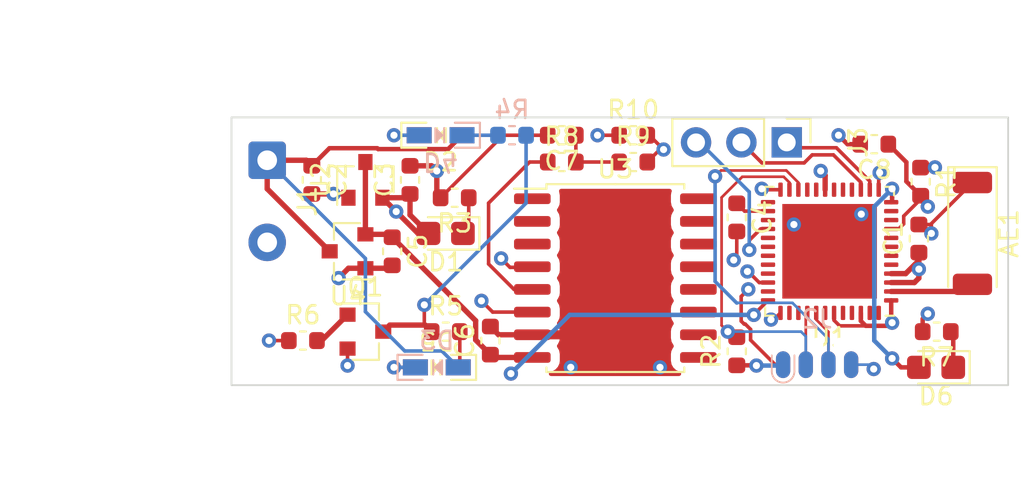
<source format=kicad_pcb>
(kicad_pcb (version 20200628) (host pcbnew "5.99.0-unknown-9f20c61~102~ubuntu18.04.1")
  (layers (0 "F.Cu" signal) (1 "In1.Cu" signal) (2 "In2.Cu" signal) (31 "B.Cu" signal) (34 "B.Paste" user) (35 "F.Paste" user) (36 "B.SilkS" user) (37 "F.SilkS" user) (38 "B.Mask" user) (39 "F.Mask" user) (44 "Edge.Cuts" user))
  (net 0 "")
  (net 1 "GND")
  (net 2 "VLOGIC")
  (net 3 "VBAT")
  (net 4 "Net-(C4-Pad1)")
  (net 5 "/PROG_RX")
  (net 6 "/PROG_IO2")
  (net 7 "/PROG_BOOT")
  (net 8 "/PROG_TX")
  (net 9 "/PROG_EN")
  (net 10 "Net-(U1-Pad48)")
  (net 11 "Net-(U1-Pad47)")
  (net 12 "Net-(U1-Pad45)")
  (net 13 "Net-(U1-Pad44)")
  (net 14 "Net-(U1-Pad42)")
  (net 15 "Net-(U1-Pad39)")
  (net 16 "Net-(U1-Pad10)")
  (net 17 "Net-(U1-Pad35)")
  (net 18 "Net-(U1-Pad33)")
  (net 19 "Net-(U1-Pad32)")
  (net 20 "Net-(U1-Pad31)")
  (net 21 "Net-(U1-Pad30)")
  (net 22 "/U1TXD")
  (net 23 "/U1RXD")
  (net 24 "Net-(U1-Pad27)")
  (net 25 "Net-(U1-Pad25)")
  (net 26 "Net-(U1-Pad21)")
  (net 27 "Net-(U1-Pad20)")
  (net 28 "Net-(U1-Pad18)")
  (net 29 "Net-(U1-Pad17)")
  (net 30 "Net-(U1-Pad16)")
  (net 31 "/MOTOR2OUT")
  (net 32 "/MOTOR1OUT")
  (net 33 "/V5.0")
  (net 34 "/ACCEL_SENSE")
  (net 35 "Net-(D1-Pad1)")
  (net 36 "LED2")
  (net 37 "Net-(U1-Pad8)")
  (net 38 "Net-(U1-Pad7)")
  (net 39 "Net-(U1-Pad6)")
  (net 40 "/ACCEL_VOUT")
  (net 41 "ANT")
  (net 42 "Net-(D6-Pad1)")
  (net 43 "Net-(Q1-Pad3)")
  (net 44 "Net-(D4-Pad1)")
  (net 45 "Net-(D5-Pad1)")
  (net 46 "LED1")
  (net 47 "Net-(D2-Pad1)")
  (net 48 "Net-(D3-Pad1)")
  (net 49 "/ACCEL_SELF_TEST")
  (net 50 "/ACCEL_STATUS")
  (net 51 "Net-(U3-Pad16)")
  (net 52 "Net-(U3-Pad15)")
  (net 53 "Net-(U3-Pad14)")
  (net 54 "Net-(U3-Pad13)")
  (net 55 "Net-(U3-Pad12)")
  (net 56 "Net-(U3-Pad11)")
  (net 57 "Net-(U3-Pad10)")
  (net 58 "Net-(U3-Pad9)")
  (net 59 "Net-(U3-Pad3)")
  (net 60 "Net-(U3-Pad2)")
  (net 61 "Net-(U3-Pad1)")
  (net 62 "/LED1_GATE")
  (net 63 "Net-(C7-Pad1)")
  (net 64 "Net-(U1-Pad11)")
  (net 65 "Net-(U1-Pad38)")
  (net 66 "Net-(U1-Pad5)")
  (net 67 "Net-(J2-Pad5)")
  (module "Capacitor_SMD:C_0603_1608Metric" (layer "F.Cu") (at 123 84 180)
    (fp_text reference "C8" (at 0 -1.43) (layer "F.SilkS"))
    (fp_text value "0.1uF")
    (pad "2" smd roundrect (at 0.7875 0 180) (size 0.875 0.95) (layers "F.Cu" "F.Paste" "F.Mask") (net 1 "GND"))
    (pad "1" smd roundrect (at -0.7875 0 180) (size 0.875 0.95) (layers "F.Cu" "F.Paste" "F.Mask") (net 9 "/PROG_EN"))
  )
  (module "RF_Antenna:Johanson_2450AT43F0100" (layer "F.Cu") (at 128.5 89 -90)
    (fp_text reference "AE1" (at 0 -2.05 -90) (layer "F.SilkS"))
    (fp_text value " AN9520-245 ")
    (pad "2" smd roundrect (at 2.85 0 270) (size 1.2 2.2) (layers "F.Cu" "F.Paste" "F.Mask") (roundrect_rratio 0.208333) (net 41 "ANT"))
    (pad "1" smd roundrect (at -2.85 0 270) (size 1.2 2.2) (layers "F.Cu" "F.Paste" "F.Mask") (roundrect_rratio 0.208333) (net 1 "GND"))
  )
  (module "Connector_PinHeader_2.54mm:PinHeader_1x03_P2.54mm_Vertical" (layer "F.Cu") (at 118.1 83.9 -90)
    (fp_text reference "J3" (at 0 -4 90) (layer "F.SilkS"))
    (fp_text value "esc_io")
    (pad "3" thru_hole oval (at 0 5.08 270) (size 1.7 1.7) (drill 1) (layers *.Cu *.Mask) (net 23 "/U1RXD"))
    (pad "2" thru_hole oval (at 0 2.54 270) (size 1.7 1.7) (drill 1) (layers *.Cu *.Mask) (net 31 "/MOTOR2OUT"))
    (pad "1" thru_hole rect (at 0 0 270) (size 1.7 1.7) (drill 1) (layers *.Cu *.Mask) (net 32 "/MOTOR1OUT"))
  )
  (module "Resistor_SMD:R_0603_1608Metric" (layer "F.Cu") (at 109.5 83.5)
    (fp_text reference "R10" (at 0 -1.43) (layer "F.SilkS"))
    (fp_text value "10k")
    (pad "2" smd roundrect (at 0.7875 0) (size 0.875 0.95) (layers "F.Cu" "F.Paste" "F.Mask") (net 34 "/ACCEL_SENSE"))
    (pad "1" smd roundrect (at -0.7875 0) (size 0.875 0.95) (layers "F.Cu" "F.Paste" "F.Mask") (net 1 "GND"))
  )
  (module "Capacitor_SMD:C_0603_1608Metric" (layer "F.Cu") (at 105.5 83.5 180)
    (fp_text reference "C7" (at 0 -1.43) (layer "F.SilkS"))
    (fp_text value "10nF")
    (pad "2" smd roundrect (at 0.7875 0 180) (size 0.875 0.95) (layers "F.Cu" "F.Paste" "F.Mask") (net 1 "GND"))
    (pad "1" smd roundrect (at -0.7875 0 180) (size 0.875 0.95) (layers "F.Cu" "F.Paste" "F.Mask") (net 63 "Net-(C7-Pad1)"))
  )
  (module "Package_TO_SOT_SMD:SOT-23" (layer "F.Cu") (at 93.5 90 180)
    (fp_text reference "U4" (at 0 -2.5) (layer "F.SilkS"))
    (fp_text value "HT7250")
    (pad "3" smd rect (at 1 0 180) (size 0.9 0.8) (layers "F.Cu" "F.Paste" "F.Mask") (net 3 "VBAT"))
    (pad "2" smd rect (at -1 0.95 180) (size 0.9 0.8) (layers "F.Cu" "F.Paste" "F.Mask") (net 33 "/V5.0"))
    (pad "1" smd rect (at -1 -0.95 180) (size 0.9 0.8) (layers "F.Cu" "F.Paste" "F.Mask") (net 1 "GND"))
  )
  (module "Package_SO:SOIC-16W_7.5x10.3mm_P1.27mm" (layer "F.Cu") (at 108.5 91.5)
    (fp_text reference "U3" (at 0 -6.1) (layer "F.SilkS"))
    (fp_text value "MMA1200KEG")
    (pad "16" smd roundrect (at 4.65 -4.445) (size 2.05 0.6) (layers "F.Cu" "F.Paste" "F.Mask") (net 51 "Net-(U3-Pad16)"))
    (pad "15" smd roundrect (at 4.65 -3.175) (size 2.05 0.6) (layers "F.Cu" "F.Paste" "F.Mask") (net 52 "Net-(U3-Pad15)"))
    (pad "14" smd roundrect (at 4.65 -1.905) (size 2.05 0.6) (layers "F.Cu" "F.Paste" "F.Mask") (net 53 "Net-(U3-Pad14)"))
    (pad "13" smd roundrect (at 4.65 -0.635) (size 2.05 0.6) (layers "F.Cu" "F.Paste" "F.Mask") (net 54 "Net-(U3-Pad13)"))
    (pad "12" smd roundrect (at 4.65 0.635) (size 2.05 0.6) (layers "F.Cu" "F.Paste" "F.Mask") (net 55 "Net-(U3-Pad12)"))
    (pad "11" smd roundrect (at 4.65 1.905) (size 2.05 0.6) (layers "F.Cu" "F.Paste" "F.Mask") (net 56 "Net-(U3-Pad11)"))
    (pad "10" smd roundrect (at 4.65 3.175) (size 2.05 0.6) (layers "F.Cu" "F.Paste" "F.Mask") (net 57 "Net-(U3-Pad10)"))
    (pad "9" smd roundrect (at 4.65 4.445) (size 2.05 0.6) (layers "F.Cu" "F.Paste" "F.Mask") (net 58 "Net-(U3-Pad9)"))
    (pad "8" smd roundrect (at -4.65 4.445) (size 2.05 0.6) (layers "F.Cu" "F.Paste" "F.Mask") (net 33 "/V5.0"))
    (pad "7" smd roundrect (at -4.65 3.175) (size 2.05 0.6) (layers "F.Cu" "F.Paste" "F.Mask") (net 1 "GND"))
    (pad "6" smd roundrect (at -4.65 1.905) (size 2.05 0.6) (layers "F.Cu" "F.Paste" "F.Mask") (net 50 "/ACCEL_STATUS"))
    (pad "5" smd roundrect (at -4.65 0.635) (size 2.05 0.6) (layers "F.Cu" "F.Paste" "F.Mask") (net 40 "/ACCEL_VOUT"))
    (pad "4" smd roundrect (at -4.65 -0.635) (size 2.05 0.6) (layers "F.Cu" "F.Paste" "F.Mask") (net 49 "/ACCEL_SELF_TEST"))
    (pad "3" smd roundrect (at -4.65 -1.905) (size 2.05 0.6) (layers "F.Cu" "F.Paste" "F.Mask") (net 59 "Net-(U3-Pad3)"))
    (pad "2" smd roundrect (at -4.65 -3.175) (size 2.05 0.6) (layers "F.Cu" "F.Paste" "F.Mask") (net 60 "Net-(U3-Pad2)"))
    (pad "1" smd roundrect (at -4.65 -4.445) (size 2.05 0.6) (layers "F.Cu" "F.Paste" "F.Mask") (net 61 "Net-(U3-Pad1)"))
  )
  (module "Resistor_SMD:R_0603_1608Metric" (layer "F.Cu") (at 109.5 85)
    (fp_text reference "R9" (at 0 -1.43) (layer "F.SilkS"))
    (fp_text value "10k")
    (pad "2" smd roundrect (at 0.7875 0) (size 0.875 0.95) (layers "F.Cu" "F.Paste" "F.Mask") (net 34 "/ACCEL_SENSE"))
    (pad "1" smd roundrect (at -0.7875 0) (size 0.875 0.95) (layers "F.Cu" "F.Paste" "F.Mask") (net 63 "Net-(C7-Pad1)"))
  )
  (module "Resistor_SMD:R_0603_1608Metric" (layer "F.Cu") (at 105.5 85)
    (fp_text reference "R8" (at 0 -1.43) (layer "F.SilkS"))
    (fp_text value "1k")
    (pad "2" smd roundrect (at 0.7875 0) (size 0.875 0.95) (layers "F.Cu" "F.Paste" "F.Mask") (net 63 "Net-(C7-Pad1)"))
    (pad "1" smd roundrect (at -0.7875 0) (size 0.875 0.95) (layers "F.Cu" "F.Paste" "F.Mask") (net 40 "/ACCEL_VOUT"))
  )
  (module "Capacitor_SMD:C_0603_1608Metric" (layer "F.Cu") (at 101.5 95 90)
    (fp_text reference "C6" (at 0 -1.43 90) (layer "F.SilkS"))
    (fp_text value "0.1uF")
    (pad "2" smd roundrect (at 0.7875 0 90) (size 0.875 0.95) (layers "F.Cu" "F.Paste" "F.Mask") (net 1 "GND"))
    (pad "1" smd roundrect (at -0.7875 0 90) (size 0.875 0.95) (layers "F.Cu" "F.Paste" "F.Mask") (net 33 "/V5.0"))
  )
  (module "Capacitor_SMD:C_0603_1608Metric" (layer "F.Cu") (at 96 90 -90)
    (fp_text reference "C5" (at 0 -1.43 90) (layer "F.SilkS"))
    (fp_text value "10uF")
    (pad "2" smd roundrect (at 0.7875 0 270) (size 0.875 0.95) (layers "F.Cu" "F.Paste" "F.Mask") (net 1 "GND"))
    (pad "1" smd roundrect (at -0.7875 0 270) (size 0.875 0.95) (layers "F.Cu" "F.Paste" "F.Mask") (net 33 "/V5.0"))
  )
  (module "melty-controller:LED_SIDEVIEW" (layer "F.Cu") (at 98.5 96.5 180)
    (fp_text reference "D5" (at 0 1.5 180 unlocked) (layer "F.SilkS"))
    (fp_text value "white side smd")
    (pad "2" smd rect (at 1.2 0 180) (size 1.4 0.9) (layers "F.Cu" "F.Paste" "F.Mask") (net 48 "Net-(D3-Pad1)"))
    (pad "1" smd rect (at -1.2 0 180) (size 1.4 0.9) (layers "F.Cu" "F.Paste" "F.Mask") (net 45 "Net-(D5-Pad1)"))
  )
  (module "melty-controller:LED_SIDEVIEW" (layer "B.Cu") (at 98.7125 83.5 180)
    (fp_text reference "D4" (at 0 -1.5 180 unlocked) (layer "B.SilkS") (effects (justify mirror)))
    (fp_text value "white side smd")
    (pad "2" smd rect (at 1.2 0 180) (size 1.4 0.9) (layers "B.Cu" "B.Paste" "B.Mask") (net 47 "Net-(D2-Pad1)"))
    (pad "1" smd rect (at -1.2 0 180) (size 1.4 0.9) (layers "B.Cu" "B.Paste" "B.Mask") (net 44 "Net-(D4-Pad1)"))
  )
  (module "melty-controller:LED_SIDEVIEW" (layer "B.Cu") (at 98.5 96.5)
    (fp_text reference "D3" (at 0 -1.5 unlocked) (layer "B.SilkS") (effects (justify mirror)))
    (fp_text value "white side smd")
    (pad "2" smd rect (at 1.2 0) (size 1.4 0.9) (layers "B.Cu" "B.Paste" "B.Mask") (net 3 "VBAT"))
    (pad "1" smd rect (at -1.2 0) (size 1.4 0.9) (layers "B.Cu" "B.Paste" "B.Mask") (net 48 "Net-(D3-Pad1)"))
  )
  (module "melty-controller:LED_SIDEVIEW" (layer "F.Cu") (at 98.7125 83.5)
    (fp_text reference "D2" (at 0 1.5 unlocked) (layer "F.SilkS"))
    (fp_text value "white side smd")
    (pad "2" smd rect (at 1.2 0) (size 1.4 0.9) (layers "F.Cu" "F.Paste" "F.Mask") (net 3 "VBAT"))
    (pad "1" smd rect (at -1.2 0) (size 1.4 0.9) (layers "F.Cu" "F.Paste" "F.Mask") (net 47 "Net-(D2-Pad1)"))
  )
  (module "Resistor_SMD:R_0603_1608Metric" (layer "F.Cu") (at 126.5 94.5 180)
    (fp_text reference "R7" (at 0 -1.43) (layer "F.SilkS"))
    (fp_text value "220R")
    (pad "2" smd roundrect (at 0.7875 0 180) (size 0.875 0.95) (layers "F.Cu" "F.Paste" "F.Mask") (net 1 "GND"))
    (pad "1" smd roundrect (at -0.7875 0 180) (size 0.875 0.95) (layers "F.Cu" "F.Paste" "F.Mask") (net 42 "Net-(D6-Pad1)"))
  )
  (module "Resistor_SMD:R_0603_1608Metric" (layer "F.Cu") (at 91 95)
    (fp_text reference "R6" (at 0 -1.43) (layer "F.SilkS"))
    (fp_text value "1k")
    (pad "2" smd roundrect (at 0.7875 0) (size 0.875 0.95) (layers "F.Cu" "F.Paste" "F.Mask") (net 62 "/LED1_GATE"))
    (pad "1" smd roundrect (at -0.7875 0) (size 0.875 0.95) (layers "F.Cu" "F.Paste" "F.Mask") (net 46 "LED1"))
  )
  (module "Resistor_SMD:R_0603_1608Metric" (layer "F.Cu") (at 99 94.5)
    (fp_text reference "R5" (at 0 -1.43) (layer "F.SilkS"))
    (fp_text value "100R")
    (pad "2" smd roundrect (at 0.7875 0) (size 0.875 0.95) (layers "F.Cu" "F.Paste" "F.Mask") (net 45 "Net-(D5-Pad1)"))
    (pad "1" smd roundrect (at -0.7875 0) (size 0.875 0.95) (layers "F.Cu" "F.Paste" "F.Mask") (net 43 "Net-(Q1-Pad3)"))
  )
  (module "Resistor_SMD:R_0603_1608Metric" (layer "B.Cu") (at 102.7125 83.5 180)
    (fp_text reference "R4" (at 0 1.43) (layer "B.SilkS") (effects (justify mirror)))
    (fp_text value "100R")
    (pad "2" smd roundrect (at 0.7875 0 180) (size 0.875 0.95) (layers "B.Cu" "B.Paste" "B.Mask") (net 44 "Net-(D4-Pad1)"))
    (pad "1" smd roundrect (at -0.7875 0 180) (size 0.875 0.95) (layers "B.Cu" "B.Paste" "B.Mask") (net 43 "Net-(Q1-Pad3)"))
  )
  (module "Resistor_SMD:R_0603_1608Metric" (layer "F.Cu") (at 99.5 87 180)
    (fp_text reference "R3" (at 0 -1.43) (layer "F.SilkS"))
    (fp_text value "220R")
    (pad "2" smd roundrect (at 0.7875 0 180) (size 0.875 0.95) (layers "F.Cu" "F.Paste" "F.Mask") (net 1 "GND"))
    (pad "1" smd roundrect (at -0.7875 0 180) (size 0.875 0.95) (layers "F.Cu" "F.Paste" "F.Mask") (net 35 "Net-(D1-Pad1)"))
  )
  (module "Package_TO_SOT_SMD:SOT-23" (layer "F.Cu") (at 94.5 94.5)
    (fp_text reference "Q1" (at 0 -2.5) (layer "F.SilkS"))
    (fp_text value "2N7002ET1G")
    (pad "3" smd rect (at 1 0) (size 0.9 0.8) (layers "F.Cu" "F.Paste" "F.Mask") (net 43 "Net-(Q1-Pad3)"))
    (pad "2" smd rect (at -1 0.95) (size 0.9 0.8) (layers "F.Cu" "F.Paste" "F.Mask") (net 1 "GND"))
    (pad "1" smd rect (at -1 -0.95) (size 0.9 0.8) (layers "F.Cu" "F.Paste" "F.Mask") (net 62 "/LED1_GATE"))
  )
  (module "LED_SMD:LED_0805_2012Metric_Castellated" (layer "F.Cu") (at 126.4625 96.5 180)
    (fp_text reference "D6" (at 0 -1.6) (layer "F.SilkS"))
    (fp_text value "LED")
    (pad "2" smd roundrect (at 0.9625 0 180) (size 1.325 1.3) (layers "F.Cu" "F.Paste" "F.Mask") (roundrect_rratio 0.192308) (net 36 "LED2"))
    (pad "1" smd roundrect (at -0.9625 0 180) (size 1.325 1.3) (layers "F.Cu" "F.Paste" "F.Mask") (roundrect_rratio 0.192308) (net 42 "Net-(D6-Pad1)"))
  )
  (module "LED_SMD:LED_0805_2012Metric_Castellated" (layer "F.Cu") (at 99 89 180)
    (fp_text reference "D1" (at 0 -1.6) (layer "F.SilkS"))
    (fp_text value "LED")
    (pad "2" smd roundrect (at 0.9625 0 180) (size 1.325 1.3) (layers "F.Cu" "F.Paste" "F.Mask") (roundrect_rratio 0.192308) (net 2 "VLOGIC"))
    (pad "1" smd roundrect (at -0.9625 0 180) (size 1.325 1.3) (layers "F.Cu" "F.Paste" "F.Mask") (roundrect_rratio 0.192308) (net 35 "Net-(D1-Pad1)"))
  )
  (module "Connector_Wire:SolderWire-0.5sqmm_1x02_P4.6mm_D0.9mm_OD2.1mm" (layer "F.Cu") (at 89 84.9 -90)
    (fp_text reference "J1" (at 2.3 -2.25 90) (layer "F.SilkS"))
    (fp_text value "Conn_01x02_Male")
    (pad "2" thru_hole circle (at 4.6 0 270) (size 2.1 2.1) (drill 1.1) (layers *.Cu *.Mask) (net 1 "GND"))
    (pad "1" thru_hole roundrect (at 0 0 270) (size 2.1 2.1) (drill 1.1) (layers *.Cu *.Mask) (roundrect_rratio 0.119048) (net 3 "VBAT"))
  )
  (module "Package_TO_SOT_SMD:SOT-23" (layer "F.Cu") (at 94.5 86 90)
    (fp_text reference "U2" (at 0 -2.5 90) (layer "F.SilkS"))
    (fp_text value "AIC1734-33GUTR")
    (pad "3" smd rect (at 1 0 90) (size 0.9 0.8) (layers "F.Cu" "F.Paste" "F.Mask") (net 33 "/V5.0"))
    (pad "2" smd rect (at -1 0.95 90) (size 0.9 0.8) (layers "F.Cu" "F.Paste" "F.Mask") (net 2 "VLOGIC"))
    (pad "1" smd rect (at -1 -0.95 90) (size 0.9 0.8) (layers "F.Cu" "F.Paste" "F.Mask") (net 1 "GND"))
  )
  (module "Package_DFN_QFN:QFN-48-1EP_7x7mm_P0.5mm_EP5.3x5.3mm" (layer "F.Cu") (at 120.5 90 180)
    (fp_text reference "U1" (at 0 -4.8) (layer "F.SilkS"))
    (fp_text value "ESP32-PICO-D4")
    (pad "49" smd rect (at 0 0 180) (size 5.3 5.3) (layers "F.Cu" "F.Mask") (net 1 "GND"))
    (pad "48" smd roundrect (at -2.75 -3.45 180) (size 0.25 0.8) (layers "F.Cu" "F.Paste" "F.Mask") (net 10 "Net-(U1-Pad48)"))
    (pad "47" smd roundrect (at -2.25 -3.45 180) (size 0.25 0.8) (layers "F.Cu" "F.Paste" "F.Mask") (net 11 "Net-(U1-Pad47)"))
    (pad "46" smd roundrect (at -1.75 -3.45 180) (size 0.25 0.8) (layers "F.Cu" "F.Paste" "F.Mask") (net 2 "VLOGIC"))
    (pad "45" smd roundrect (at -1.25 -3.45 180) (size 0.25 0.8) (layers "F.Cu" "F.Paste" "F.Mask") (net 12 "Net-(U1-Pad45)"))
    (pad "44" smd roundrect (at -0.75 -3.45 180) (size 0.25 0.8) (layers "F.Cu" "F.Paste" "F.Mask") (net 13 "Net-(U1-Pad44)"))
    (pad "43" smd roundrect (at -0.25 -3.45 180) (size 0.25 0.8) (layers "F.Cu" "F.Paste" "F.Mask") (net 2 "VLOGIC"))
    (pad "42" smd roundrect (at 0.25 -3.45 180) (size 0.25 0.8) (layers "F.Cu" "F.Paste" "F.Mask") (net 14 "Net-(U1-Pad42)"))
    (pad "41" smd roundrect (at 0.75 -3.45 180) (size 0.25 0.8) (layers "F.Cu" "F.Paste" "F.Mask") (net 8 "/PROG_TX"))
    (pad "40" smd roundrect (at 1.25 -3.45 180) (size 0.25 0.8) (layers "F.Cu" "F.Paste" "F.Mask") (net 5 "/PROG_RX"))
    (pad "39" smd roundrect (at 1.75 -3.45 180) (size 0.25 0.8) (layers "F.Cu" "F.Paste" "F.Mask") (net 15 "Net-(U1-Pad39)"))
    (pad "38" smd roundrect (at 2.25 -3.45 180) (size 0.25 0.8) (layers "F.Cu" "F.Paste" "F.Mask") (net 65 "Net-(U1-Pad38)"))
    (pad "37" smd roundrect (at 2.75 -3.45 180) (size 0.25 0.8) (layers "F.Cu" "F.Paste" "F.Mask") (net 2 "VLOGIC"))
    (pad "36" smd roundrect (at 3.45 -2.75 180) (size 0.8 0.25) (layers "F.Cu" "F.Paste" "F.Mask") (net 46 "LED1"))
    (pad "35" smd roundrect (at 3.45 -2.25 180) (size 0.8 0.25) (layers "F.Cu" "F.Paste" "F.Mask") (net 17 "Net-(U1-Pad35)"))
    (pad "34" smd roundrect (at 3.45 -1.75 180) (size 0.8 0.25) (layers "F.Cu" "F.Paste" "F.Mask") (net 50 "/ACCEL_STATUS"))
    (pad "33" smd roundrect (at 3.45 -1.25 180) (size 0.8 0.25) (layers "F.Cu" "F.Paste" "F.Mask") (net 18 "Net-(U1-Pad33)"))
    (pad "32" smd roundrect (at 3.45 -0.75 180) (size 0.8 0.25) (layers "F.Cu" "F.Paste" "F.Mask") (net 19 "Net-(U1-Pad32)"))
    (pad "31" smd roundrect (at 3.45 -0.25 180) (size 0.8 0.25) (layers "F.Cu" "F.Paste" "F.Mask") (net 20 "Net-(U1-Pad31)"))
    (pad "30" smd roundrect (at 3.45 0.25 180) (size 0.8 0.25) (layers "F.Cu" "F.Paste" "F.Mask") (net 21 "Net-(U1-Pad30)"))
    (pad "29" smd roundrect (at 3.45 0.75 180) (size 0.8 0.25) (layers "F.Cu" "F.Paste" "F.Mask") (net 22 "/U1TXD"))
    (pad "28" smd roundrect (at 3.45 1.25 180) (size 0.8 0.25) (layers "F.Cu" "F.Paste" "F.Mask") (net 23 "/U1RXD"))
    (pad "27" smd roundrect (at 3.45 1.75 180) (size 0.8 0.25) (layers "F.Cu" "F.Paste" "F.Mask") (net 24 "Net-(U1-Pad27)"))
    (pad "26" smd roundrect (at 3.45 2.25 180) (size 0.8 0.25) (layers "F.Cu" "F.Paste" "F.Mask") (net 4 "Net-(C4-Pad1)"))
    (pad "25" smd roundrect (at 3.45 2.75 180) (size 0.8 0.25) (layers "F.Cu" "F.Paste" "F.Mask") (net 25 "Net-(U1-Pad25)"))
    (pad "24" smd roundrect (at 2.75 3.45 180) (size 0.25 0.8) (layers "F.Cu" "F.Paste" "F.Mask") (net 34 "/ACCEL_SENSE"))
    (pad "23" smd roundrect (at 2.25 3.45 180) (size 0.25 0.8) (layers "F.Cu" "F.Paste" "F.Mask") (net 7 "/PROG_BOOT"))
    (pad "22" smd roundrect (at 1.75 3.45 180) (size 0.25 0.8) (layers "F.Cu" "F.Paste" "F.Mask") (net 6 "/PROG_IO2"))
    (pad "21" smd roundrect (at 1.25 3.45 180) (size 0.25 0.8) (layers "F.Cu" "F.Paste" "F.Mask") (net 26 "Net-(U1-Pad21)"))
    (pad "20" smd roundrect (at 0.75 3.45 180) (size 0.25 0.8) (layers "F.Cu" "F.Paste" "F.Mask") (net 27 "Net-(U1-Pad20)"))
    (pad "19" smd roundrect (at 0.25 3.45 180) (size 0.25 0.8) (layers "F.Cu" "F.Paste" "F.Mask") (net 2 "VLOGIC"))
    (pad "18" smd roundrect (at -0.25 3.45 180) (size 0.25 0.8) (layers "F.Cu" "F.Paste" "F.Mask") (net 28 "Net-(U1-Pad18)"))
    (pad "17" smd roundrect (at -0.75 3.45 180) (size 0.25 0.8) (layers "F.Cu" "F.Paste" "F.Mask") (net 29 "Net-(U1-Pad17)"))
    (pad "16" smd roundrect (at -1.25 3.45 180) (size 0.25 0.8) (layers "F.Cu" "F.Paste" "F.Mask") (net 30 "Net-(U1-Pad16)"))
    (pad "15" smd roundrect (at -1.75 3.45 180) (size 0.25 0.8) (layers "F.Cu" "F.Paste" "F.Mask") (net 31 "/MOTOR2OUT"))
    (pad "14" smd roundrect (at -2.25 3.45 180) (size 0.25 0.8) (layers "F.Cu" "F.Paste" "F.Mask") (net 32 "/MOTOR1OUT"))
    (pad "13" smd roundrect (at -2.75 3.45 180) (size 0.25 0.8) (layers "F.Cu" "F.Paste" "F.Mask") (net 49 "/ACCEL_SELF_TEST"))
    (pad "12" smd roundrect (at -3.45 2.75 180) (size 0.8 0.25) (layers "F.Cu" "F.Paste" "F.Mask") (net 36 "LED2"))
    (pad "11" smd roundrect (at -3.45 2.25 180) (size 0.8 0.25) (layers "F.Cu" "F.Paste" "F.Mask") (net 64 "Net-(U1-Pad11)"))
    (pad "10" smd roundrect (at -3.45 1.75 180) (size 0.8 0.25) (layers "F.Cu" "F.Paste" "F.Mask") (net 16 "Net-(U1-Pad10)"))
    (pad "9" smd roundrect (at -3.45 1.25 180) (size 0.8 0.25) (layers "F.Cu" "F.Paste" "F.Mask") (net 9 "/PROG_EN"))
    (pad "8" smd roundrect (at -3.45 0.75 180) (size 0.8 0.25) (layers "F.Cu" "F.Paste" "F.Mask") (net 37 "Net-(U1-Pad8)"))
    (pad "7" smd roundrect (at -3.45 0.25 180) (size 0.8 0.25) (layers "F.Cu" "F.Paste" "F.Mask") (net 38 "Net-(U1-Pad7)"))
    (pad "6" smd roundrect (at -3.45 -0.25 180) (size 0.8 0.25) (layers "F.Cu" "F.Paste" "F.Mask") (net 39 "Net-(U1-Pad6)"))
    (pad "5" smd roundrect (at -3.45 -0.75 180) (size 0.8 0.25) (layers "F.Cu" "F.Paste" "F.Mask") (net 66 "Net-(U1-Pad5)"))
    (pad "4" smd roundrect (at -3.45 -1.25 180) (size 0.8 0.25) (layers "F.Cu" "F.Paste" "F.Mask") (net 2 "VLOGIC"))
    (pad "3" smd roundrect (at -3.45 -1.75 180) (size 0.8 0.25) (layers "F.Cu" "F.Paste" "F.Mask") (net 2 "VLOGIC"))
    (pad "2" smd roundrect (at -3.45 -2.25 180) (size 0.8 0.25) (layers "F.Cu" "F.Paste" "F.Mask") (net 41 "ANT"))
    (pad "1" smd roundrect (at -3.45 -2.75 180) (size 0.8 0.25) (layers "F.Cu" "F.Paste" "F.Mask") (net 2 "VLOGIC"))
  )
  (module "Resistor_SMD:R_0603_1608Metric" (layer "F.Cu") (at 115.3 95.6 90)
    (fp_text reference "R2" (at 0 -1.43 90) (layer "F.SilkS"))
    (fp_text value "10k")
    (pad "2" smd roundrect (at 0.7875 0 90) (size 0.875 0.95) (layers "F.Cu" "F.Paste" "F.Mask") (net 7 "/PROG_BOOT"))
    (pad "1" smd roundrect (at -0.7875 0 90) (size 0.875 0.95) (layers "F.Cu" "F.Paste" "F.Mask") (net 2 "VLOGIC"))
  )
  (module "Resistor_SMD:R_0603_1608Metric" (layer "F.Cu") (at 125.6 86.1 -90)
    (fp_text reference "R1" (at 0 -1.43 90) (layer "F.SilkS"))
    (fp_text value "10k")
    (pad "2" smd roundrect (at 0.7875 0 270) (size 0.875 0.95) (layers "F.Cu" "F.Paste" "F.Mask") (net 9 "/PROG_EN"))
    (pad "1" smd roundrect (at -0.7875 0 270) (size 0.875 0.95) (layers "F.Cu" "F.Paste" "F.Mask") (net 2 "VLOGIC"))
  )
  (module "melty-controller:SOIC_clipProgSmall" (layer "B.Cu") (at 119.8 97.1 180)
    (fp_text reference "J2" (at 0 3.302) (layer "B.SilkS") (effects (justify mirror)))
    (fp_text value "soicbite")
    (pad "5" smd oval (at -1.905 0.75 180) (size 0.8 1.5) (layers "F.Cu" "F.Mask") (net 67 "Net-(J2-Pad5)"))
    (pad "4" smd oval (at -1.905 0.75 180) (size 0.8 1.5) (layers "B.Cu" "B.Mask") (net 1 "GND"))
    (pad "3" smd oval (at -0.635 0.75 180) (size 0.8 1.5) (layers "B.Cu" "B.Mask") (net 6 "/PROG_IO2"))
    (pad "2" smd oval (at 0.635 0.75 180) (size 0.8 1.5) (layers "B.Cu" "B.Mask") (net 7 "/PROG_BOOT"))
    (pad "1" smd oval (at 1.905 0.75 180) (size 0.8 1.5) (layers "B.Cu" "B.Mask") (net 2 "VLOGIC"))
    (pad "6" smd oval (at -0.635 0.75 180) (size 0.8 1.5) (layers "F.Cu" "F.Mask") (net 8 "/PROG_TX"))
    (pad "7" smd oval (at 0.635 0.75 180) (size 0.8 1.5) (layers "F.Cu" "F.Mask") (net 5 "/PROG_RX"))
    (pad "8" smd oval (at 1.905 0.75 180) (size 0.8 1.5) (layers "F.Cu" "F.Mask") (net 9 "/PROG_EN"))
    (pad "" np_thru_hole circle (at -2.54 1.905 180) (size 0.7 0.7) (drill 0.7) (layers *.Cu *.Mask))
    (pad "" np_thru_hole circle (at -1.27 1.905 180) (size 0.7 0.7) (drill 0.7) (layers *.Cu *.Mask))
    (pad "" np_thru_hole circle (at 0 1.905 180) (size 0.7 0.7) (drill 0.7) (layers *.Cu *.Mask))
    (pad "" np_thru_hole circle (at 1.27 1.905 180) (size 0.7 0.7) (drill 0.7) (layers *.Cu *.Mask))
    (pad "" np_thru_hole circle (at 2.54 1.905 180) (size 0.7 0.7) (drill 0.7) (layers *.Cu *.Mask))
  )
  (module "Capacitor_SMD:C_0603_1608Metric" (layer "F.Cu") (at 115.3 88.1 -90)
    (fp_text reference "C4" (at 0 -1.43 90) (layer "F.SilkS"))
    (fp_text value "1uF")
    (pad "2" smd roundrect (at 0.7875 0 270) (size 0.875 0.95) (layers "F.Cu" "F.Paste" "F.Mask") (net 1 "GND"))
    (pad "1" smd roundrect (at -0.7875 0 270) (size 0.875 0.95) (layers "F.Cu" "F.Paste" "F.Mask") (net 4 "Net-(C4-Pad1)"))
  )
  (module "Capacitor_SMD:C_0603_1608Metric" (layer "F.Cu") (at 97 86 90)
    (fp_text reference "C3" (at 0 -1.43 90) (layer "F.SilkS"))
    (fp_text value "10uF")
    (pad "2" smd roundrect (at 0.7875 0 90) (size 0.875 0.95) (layers "F.Cu" "F.Paste" "F.Mask") (net 1 "GND"))
    (pad "1" smd roundrect (at -0.7875 0 90) (size 0.875 0.95) (layers "F.Cu" "F.Paste" "F.Mask") (net 2 "VLOGIC"))
  )
  (module "Capacitor_SMD:C_0603_1608Metric" (layer "F.Cu") (at 91.5 86 -90)
    (fp_text reference "C2" (at 0 -1.43 90) (layer "F.SilkS"))
    (fp_text value "10uF")
    (pad "2" smd roundrect (at 0.7875 0 270) (size 0.875 0.95) (layers "F.Cu" "F.Paste" "F.Mask") (net 1 "GND"))
    (pad "1" smd roundrect (at -0.7875 0 270) (size 0.875 0.95) (layers "F.Cu" "F.Paste" "F.Mask") (net 3 "VBAT"))
  )
  (module "Capacitor_SMD:C_0603_1608Metric" (layer "F.Cu") (at 125.5 89.2875 90)
    (fp_text reference "C1" (at 0 -1.43 90) (layer "F.SilkS"))
    (fp_text value "0.1uF")
    (pad "2" smd roundrect (at 0.7875 0 90) (size 0.875 0.95) (layers "F.Cu" "F.Paste" "F.Mask") (net 1 "GND"))
    (pad "1" smd roundrect (at -0.7875 0 90) (size 0.875 0.95) (layers "F.Cu" "F.Paste" "F.Mask") (net 2 "VLOGIC"))
  )
  (gr_rect (start 87 82.5) (end 130.5 97.5) (layer "Edge.Cuts") (width 0.1))
  (segment (start 94.5 89.05) (end 94.5 85) (width 0.3) (layer "F.Cu") (net 33))
  (segment (start 89 84.9) (end 89 86.5) (width 0.3) (layer "F.Cu") (net 3))
  (segment (start 89 86.5) (end 92.5 90) (width 0.3) (layer "F.Cu") (net 3))
  (segment (start 92.487501 84.224999) (end 95.160001 84.224999) (width 0.25) (layer "F.Cu") (net 3))
  (segment (start 95.160001 84.224999) (end 95.210003 84.275001) (width 0.25) (layer "F.Cu") (net 3))
  (segment (start 91.5 85.2125) (end 92.487501 84.224999) (width 0.25) (layer "F.Cu") (net 3))
  (segment (start 95.210003 84.275001) (end 99.137499 84.275001) (width 0.25) (layer "F.Cu") (net 3))
  (segment (start 99.137499 84.275001) (end 99.9125 83.5) (width 0.25) (layer "F.Cu") (net 3))
  (segment (start 119.165 94.765) (end 118.9 94.5) (width 0.15) (layer "B.Cu") (net 7))
  (segment (start 119.165 96.35) (end 119.165 94.765) (width 0.15) (layer "B.Cu") (net 7))
  (segment (start 118.9 94.5) (end 114.8 94.5) (width 0.15) (layer "B.Cu") (net 7))
  (segment (start 117.452998 96.35) (end 116.07501 94.972012) (width 0.2) (layer "F.Cu") (net 9))
  (segment (start 120.435 94.904998) (end 118.417538 92.887536) (width 0.15) (layer "B.Cu") (net 6))
  (segment (start 115.714347 94.07499) (end 115.547187 93.90783) (width 0.2) (layer "F.Cu") (net 9))
  (segment (start 102.650343 96.84997) (end 105.937775 93.562538) (width 0.25) (layer "B.Cu") (net 46))
  (segment (start 115.547187 92.529696) (end 115.947186 92.129697) (width 0.2) (layer "F.Cu") (net 9))
  (segment (start 117.37501 93.82499) (end 117.216623 93.82499) (width 0.2) (layer "F.Cu") (net 2))
  (via (at 117.216623 93.82499) (size 0.8) (drill 0.4) (layers "F.Cu" "B.Cu") (net 2))
  (segment (start 120.435 96.35) (end 120.435 94.904998) (width 0.15) (layer "B.Cu") (net 6))
  (segment (start 117.75 93.45) (end 117.37501 93.82499) (width 0.2) (layer "F.Cu") (net 2))
  (segment (start 118.417538 92.887536) (end 115.312464 92.887536) (width 0.15) (layer "B.Cu") (net 6))
  (via (at 116.251671 93.562538) (size 0.8) (drill 0.4) (layers "F.Cu" "B.Cu") (net 46))
  (segment (start 115.774798 94.07499) (end 115.714347 94.07499) (width 0.2) (layer "F.Cu") (net 9))
  (segment (start 116.07501 94.375202) (end 115.774798 94.07499) (width 0.2) (layer "F.Cu") (net 9))
  (segment (start 116.251671 93.548329) (end 116.251671 93.562538) (width 0.2) (layer "F.Cu") (net 46))
  (segment (start 115.547187 93.90783) (end 115.547187 92.529696) (width 0.2) (layer "F.Cu") (net 9))
  (segment (start 116.07501 94.972012) (end 116.07501 94.375202) (width 0.2) (layer "F.Cu") (net 9))
  (segment (start 117.05 92.75) (end 116.251671 93.548329) (width 0.2) (layer "F.Cu") (net 46))
  (segment (start 117.895 96.35) (end 117.452998 96.35) (width 0.2) (layer "F.Cu") (net 9))
  (segment (start 105.937775 93.562538) (end 116.251671 93.562538) (width 0.25) (layer "B.Cu") (net 46))
  (segment (start 115.312464 92.887536) (end 115.3 92.9) (width 0.15) (layer "B.Cu") (net 6))
  (segment (start 101.630011 93.405) (end 101 92.774989) (width 0.2) (layer "F.Cu") (net 50))
  (segment (start 94.5 93.379037) (end 94.5 90.4) (width 0.2) (layer "B.Cu") (net 3))
  (segment (start 95.5 94.5) (end 95.866776 94.133224) (width 0.3) (layer "F.Cu") (net 43))
  (segment (start 99.7 96.5) (end 98.783227 95.583227) (width 0.2) (layer "B.Cu") (net 3))
  (segment (start 97.845724 94.133224) (end 98.2125 94.5) (width 0.3) (layer "F.Cu") (net 43))
  (segment (start 94.5 90.4) (end 89 84.9) (width 0.2) (layer "B.Cu") (net 3))
  (segment (start 103.85 93.405) (end 101.630011 93.405) (width 0.2) (layer "F.Cu") (net 50))
  (via (at 102.650343 96.84997) (size 0.8) (drill 0.4) (layers "F.Cu" "B.Cu") (net 46))
  (segment (start 98.783227 95.583227) (end 96.70419 95.583227) (width 0.2) (layer "B.Cu") (net 3))
  (via (at 101 92.774989) (size 0.8) (drill 0.4) (layers "F.Cu" "B.Cu") (net 50))
  (segment (start 95.866776 94.133224) (end 97.845724 94.133224) (width 0.3) (layer "F.Cu") (net 43))
  (segment (start 96.70419 95.583227) (end 94.5 93.379037) (width 0.2) (layer "B.Cu") (net 3))
  (segment (start 124 96) (end 123 95) (width 0.25) (layer "B.Cu") (net 36))
  (via (at 122.27499 87.919992) (size 0.8) (drill 0.4) (layers "F.Cu" "B.Cu") (net 1))
  (segment (start 123 95) (end 123 87.5) (width 0.25) (layer "B.Cu") (net 36))
  (segment (start 123 87.5) (end 124 86.5) (width 0.25) (layer "B.Cu") (net 36))
  (segment (start 125.5 91) (end 125.5 90.075) (width 0.3) (layer "F.Cu") (net 2))
  (segment (start 125.7125 94.5) (end 125.7125 93.7875) (width 0.25) (layer "F.Cu") (net 1))
  (segment (start 125.5 91.5) (end 125.5 91) (width 0.3) (layer "F.Cu") (net 2))
  (segment (start 123.95 91.75) (end 125.25 91.75) (width 0.3) (layer "F.Cu") (net 2))
  (via (at 125.5 91) (size 0.8) (drill 0.4) (layers "F.Cu" "B.Cu") (net 2))
  (segment (start 125.7125 93.7875) (end 126 93.5) (width 0.25) (layer "F.Cu") (net 1))
  (segment (start 125.25 91.75) (end 125.5 91.5) (width 0.3) (layer "F.Cu") (net 2))
  (via (at 126 93.5) (size 0.8) (drill 0.4) (layers "F.Cu" "B.Cu") (net 1))
  (segment (start 124 87) (end 124 87.2) (width 0.25) (layer "F.Cu") (net 36))
  (segment (start 124 86.5) (end 124 87) (width 0.25) (layer "F.Cu") (net 36))
  (segment (start 124 87.2) (end 123.95 87.25) (width 0.25) (layer "F.Cu") (net 36))
  (via (at 124 86.5) (size 0.8) (drill 0.4) (layers "F.Cu" "B.Cu") (net 36))
  (via (at 124 96) (size 0.8) (drill 0.4) (layers "F.Cu" "B.Cu") (net 36))
  (segment (start 125.5 96.5) (end 124.5 96.5) (width 0.25) (layer "F.Cu") (net 36))
  (segment (start 124.5 96.5) (end 124 96) (width 0.25) (layer "F.Cu") (net 36))
  (segment (start 127.425 96.5) (end 127.425 94.6375) (width 0.25) (layer "F.Cu") (net 42))
  (segment (start 127.425 94.6375) (end 127.2875 94.5) (width 0.25) (layer "F.Cu") (net 42))
  (segment (start 118.1 83.9) (end 118.400002 84.200002) (width 0.2) (layer "F.Cu") (net 32))
  (segment (start 120.713729 84.600013) (end 119.524267 84.600013) (width 0.2) (layer "F.Cu") (net 31))
  (segment (start 119.07427 85.05001) (end 116.71001 85.05001) (width 0.2) (layer "F.Cu") (net 31))
  (segment (start 122.25 86.136284) (end 120.713729 84.600013) (width 0.2) (layer "F.Cu") (net 31))
  (segment (start 122.75 86.070584) (end 122.75 86.55) (width 0.2) (layer "F.Cu") (net 32))
  (segment (start 122.25 86.55) (end 122.25 86.136284) (width 0.2) (layer "F.Cu") (net 31))
  (segment (start 119.524267 84.600013) (end 119.07427 85.05001) (width 0.2) (layer "F.Cu") (net 31))
  (segment (start 121.5 84) (end 121 83.5) (width 0.25) (layer "F.Cu") (net 1))
  (via (at 121 83.5) (size 0.8) (drill 0.4) (layers "F.Cu" "B.Cu") (net 1))
  (segment (start 122.2125 84) (end 121.5 84) (width 0.25) (layer "F.Cu") (net 1))
  (segment (start 116.71001 85.05001) (end 115.56 83.9) (width 0.2) (layer "F.Cu") (net 31))
  (segment (start 118.400002 84.200002) (end 120.879418 84.200002) (width 0.2) (layer "F.Cu") (net 32))
  (segment (start 120.879418 84.200002) (end 122.75 86.070584) (width 0.2) (layer "F.Cu") (net 32))
  (segment (start 124.79999 86.08749) (end 124.79999 85.01249) (width 0.25) (layer "F.Cu") (net 9))
  (segment (start 125.6 86.8875) (end 124.79999 86.08749) (width 0.25) (layer "F.Cu") (net 9))
  (segment (start 124.79999 85.01249) (end 123.7875 84) (width 0.25) (layer "F.Cu") (net 9))
  (segment (start 123.82499 94.17501) (end 124 94) (width 0.25) (layer "F.Cu") (net 2))
  (segment (start 123.95 92.75) (end 123.95 93.95) (width 0.25) (layer "F.Cu") (net 2))
  (segment (start 122.52594 94.17501) (end 123.82499 94.17501) (width 0.25) (layer "F.Cu") (net 2))
  (segment (start 123.95 93.95) (end 124 94) (width 0.25) (layer "F.Cu") (net 2))
  (via (at 124 94) (size 0.8) (drill 0.4) (layers "F.Cu" "B.Cu") (net 2))
  (via (at 115.89659 91.130966) (size 0.8) (drill 0.4) (layers "F.Cu" "B.Cu") (net 50))
  (segment (start 117.924998 85.824998) (end 115.610548 85.824998) (width 0.15) (layer "F.Cu") (net 7))
  (segment (start 115.3 90.319026) (end 115.128908 90.490118) (width 0.2) (layer "F.Cu") (net 1))
  (segment (start 117.05 91.75) (end 116.557596 91.75) (width 0.2) (layer "F.Cu") (net 50))
  (via (at 115.947186 92.129697) (size 0.8) (drill 0.4) (layers "F.Cu" "B.Cu") (net 9))
  (via (at 115.128908 90.490118) (size 0.8) (drill 0.4) (layers "F.Cu" "B.Cu") (net 1))
  (segment (start 116.557596 91.75) (end 115.938562 91.130966) (width 0.2) (layer "F.Cu") (net 50))
  (segment (start 115.3 94.8125) (end 114.9875 94.5) (width 0.25) (layer "F.Cu") (net 7))
  (segment (start 118.25 86.15) (end 117.924998 85.824998) (width 0.15) (layer "F.Cu") (net 7))
  (segment (start 114.45001 94.15001) (end 114.8 94.5) (width 0.15) (layer "F.Cu") (net 7))
  (segment (start 115.610548 85.824998) (end 114.45001 86.985536) (width 0.15) (layer "F.Cu") (net 7))
  (segment (start 118.25 86.55) (end 118.25 86.15) (width 0.15) (layer "F.Cu") (net 7))
  (segment (start 114.45001 86.985536) (end 114.45001 94.15001) (width 0.15) (layer "F.Cu") (net 7))
  (segment (start 114.9875 94.5) (end 114.8 94.5) (width 0.25) (layer "F.Cu") (net 7))
  (via (at 114.8 94.5) (size 0.8) (drill 0.4) (layers "F.Cu" "B.Cu") (net 7))
  (segment (start 115.3 88.8875) (end 115.3 90.319026) (width 0.2) (layer "F.Cu") (net 1))
  (segment (start 115.938562 91.130966) (end 115.89659 91.130966) (width 0.2) (layer "F.Cu") (net 50))
  (segment (start 115.3 92.9) (end 114.086946 91.686946) (width 0.2) (layer "B.Cu") (net 6))
  (segment (start 114.086946 91.686946) (end 114.086946 85.79999) (width 0.2) (layer "B.Cu") (net 6))
  (via (at 93.5 96.4) (size 0.8) (drill 0.4) (layers "F.Cu" "B.Cu") (net 1))
  (segment (start 93.5 95.45) (end 93.5 96.4) (width 0.2) (layer "F.Cu") (net 1))
  (segment (start 100.2875 87) (end 100.2875 88.675) (width 0.2) (layer "F.Cu") (net 35))
  (segment (start 100.2875 88.675) (end 99.9625 89) (width 0.2) (layer "F.Cu") (net 35))
  (via (at 107.5 83.5) (size 0.8) (drill 0.4) (layers "F.Cu" "B.Cu") (net 1))
  (segment (start 108.7125 83.5) (end 107.5 83.5) (width 0.2) (layer "F.Cu") (net 1))
  (segment (start 98.7125 87) (end 102.2125 83.5) (width 0.2) (layer "F.Cu") (net 1))
  (segment (start 102.2125 83.5) (end 104.7125 83.5) (width 0.2) (layer "F.Cu") (net 1))
  (segment (start 97.3 96.5) (end 96.1 96.5) (width 0.2) (layer "F.Cu") (net 48))
  (via (at 96.1 96.5) (size 0.8) (drill 0.4) (layers "F.Cu" "B.Cu") (net 48))
  (segment (start 96.1 96.5) (end 97.3 96.5) (width 0.2) (layer "B.Cu") (net 48))
  (segment (start 99.7875 94.5) (end 99.7875 96.4125) (width 0.2) (layer "F.Cu") (net 45))
  (segment (start 99.7875 96.4125) (end 99.7 96.5) (width 0.2) (layer "F.Cu") (net 45))
  (segment (start 103.5 87.3) (end 97.8 93) (width 0.2) (layer "B.Cu") (net 43))
  (segment (start 103.5 83.5) (end 103.5 87.3) (width 0.2) (layer "B.Cu") (net 43))
  (via (at 97.8 93) (size 0.8) (drill 0.4) (layers "F.Cu" "B.Cu") (net 43))
  (segment (start 97.8 93) (end 97.8 94.0875) (width 0.2) (layer "F.Cu") (net 43))
  (segment (start 97.8 94.0875) (end 98.2125 94.5) (width 0.2) (layer "F.Cu") (net 43))
  (segment (start 99.9125 83.5) (end 101.925 83.5) (width 0.2) (layer "B.Cu") (net 44))
  (segment (start 97.5125 83.5) (end 96.1 83.5) (width 0.2) (layer "F.Cu") (net 47))
  (via (at 96.1 83.5) (size 0.8) (drill 0.4) (layers "F.Cu" "B.Cu") (net 47))
  (segment (start 96.1 83.5) (end 97.5125 83.5) (width 0.2) (layer "B.Cu") (net 47))
  (segment (start 101.399999 87.300001) (end 101.399999 90.709999) (width 0.2) (layer "F.Cu") (net 40))
  (segment (start 102.825 92.135) (end 103.85 92.135) (width 0.2) (layer "F.Cu") (net 40))
  (segment (start 104.7125 85) (end 103.7 85) (width 0.2) (layer "F.Cu") (net 40))
  (segment (start 103.7 85) (end 101.399999 87.300001) (width 0.2) (layer "F.Cu") (net 40))
  (segment (start 102.6 90.9) (end 103.815 90.9) (width 0.2) (layer "F.Cu") (net 49))
  (segment (start 101.399999 90.709999) (end 102.825 92.135) (width 0.2) (layer "F.Cu") (net 40))
  (via (at 118.5 88.50001) (size 0.8) (drill 0.4) (layers "F.Cu" "B.Cu") (net 1))
  (via (at 102.1 90.4) (size 0.8) (drill 0.4) (layers "F.Cu" "B.Cu") (net 49))
  (segment (start 102.1 90.4) (end 102.6 90.9) (width 0.2) (layer "F.Cu") (net 49))
  (segment (start 103.815 90.9) (end 103.85 90.865) (width 0.2) (layer "F.Cu") (net 49))
  (via (at 123.3 85.6) (size 0.8) (drill 0.4) (layers "F.Cu" "B.Cu") (net 49))
  (segment (start 123.25 85.65) (end 123.3 85.6) (width 0.2) (layer "F.Cu") (net 49))
  (segment (start 123.25 86.55) (end 123.25 85.65) (width 0.2) (layer "F.Cu") (net 49))
  (segment (start 106.2875 85) (end 106.2875 83.5) (width 0.2) (layer "F.Cu") (net 63))
  (segment (start 108.7125 85) (end 106.2875 85) (width 0.2) (layer "F.Cu") (net 63))
  (segment (start 111.2 84.3) (end 110.9875 84.3) (width 0.2) (layer "F.Cu") (net 34))
  (segment (start 110.9875 84.3) (end 110.2875 85) (width 0.2) (layer "F.Cu") (net 34))
  (segment (start 110.2875 83.5) (end 110.4 83.5) (width 0.2) (layer "F.Cu") (net 34))
  (segment (start 110.4 83.5) (end 111.2 84.3) (width 0.2) (layer "F.Cu") (net 34))
  (segment (start 113.222958 83.9) (end 116.00001 86.677052) (width 0.2) (layer "B.Cu") (net 23))
  (via (at 114.086946 85.79999) (size 0.8) (drill 0.4) (layers "F.Cu" "B.Cu") (net 6))
  (via (at 111.2 84.3) (size 0.8) (drill 0.4) (layers "F.Cu" "B.Cu") (net 34))
  (segment (start 113.02 83.9) (end 113.222958 83.9) (width 0.2) (layer "B.Cu") (net 23))
  (segment (start 114.413043 85.473893) (end 114.086946 85.79999) (width 0.15) (layer "F.Cu") (net 6))
  (segment (start 116.00001 86.677052) (end 116.00001 89.922505) (width 0.2) (layer "B.Cu") (net 23))
  (segment (start 118.75 86.55) (end 118.75 86.15) (width 0.15) (layer "F.Cu") (net 6))
  (segment (start 118.073893 85.473893) (end 114.413043 85.473893) (width 0.15) (layer "F.Cu") (net 6))
  (segment (start 118.75 86.15) (end 118.073893 85.473893) (width 0.15) (layer "F.Cu") (net 6))
  (segment (start 116.75 86.55) (end 116.7 86.5) (width 0.2) (layer "F.Cu") (net 34))
  (segment (start 117.75 86.55) (end 116.75 86.55) (width 0.2) (layer "F.Cu") (net 34))
  (via (at 116.7 86.5) (size 0.8) (drill 0.4) (layers "F.Cu" "B.Cu") (net 34))
  (via (at 89.1 95) (size 0.8) (drill 0.4) (layers "F.Cu" "B.Cu") (net 46))
  (segment (start 89.1 95) (end 90.2125 95) (width 0.2) (layer "F.Cu") (net 46))
  (segment (start 116.00001 89.386274) (end 116.00001 89.922505) (width 0.2) (layer "F.Cu") (net 23))
  (via (at 116.00001 89.922505) (size 0.8) (drill 0.4) (layers "F.Cu" "B.Cu") (net 23))
  (segment (start 117.05 88.75) (end 116.636284 88.75) (width 0.2) (layer "F.Cu") (net 23))
  (segment (start 116.636284 88.75) (end 116.00001 89.386274) (width 0.2) (layer "F.Cu") (net 23))
  (segment (start 115.3 87.3125) (end 115.7375 87.75) (width 0.2) (layer "F.Cu") (net 4))
  (segment (start 115.7375 87.75) (end 117.05 87.75) (width 0.2) (layer "F.Cu") (net 4))
  (segment (start 126.2 89) (end 126.2 88.5) (width 0.2) (layer "F.Cu") (net 1))
  (segment (start 125.5 88.5) (end 125.7 88.5) (width 0.2) (layer "F.Cu") (net 1))
  (segment (start 125.7 88.5) (end 126.2 89) (width 0.2) (layer "F.Cu") (net 1))
  (via (at 126.2 89) (size 0.8) (drill 0.4) (layers "F.Cu" "B.Cu") (net 1))
  (segment (start 125.5 88.5) (end 126.15 88.5) (width 0.2) (layer "F.Cu") (net 1))
  (segment (start 126.15 88.5) (end 128.5 86.15) (width 0.2) (layer "F.Cu") (net 1))
  (segment (start 125.6 85.3125) (end 126.3875 85.3125) (width 0.2) (layer "F.Cu") (net 2))
  (via (at 126.4 85.3) (size 0.8) (drill 0.4) (layers "F.Cu" "B.Cu") (net 2))
  (segment (start 126.3875 85.3125) (end 126.4 85.3) (width 0.2) (layer "F.Cu") (net 2))
  (segment (start 123.95 88.75) (end 124.363716 88.75) (width 0.2) (layer "F.Cu") (net 9))
  (segment (start 124.363716 88.75) (end 124.65001 88.463706) (width 0.2) (layer "F.Cu") (net 9))
  (segment (start 124.65001 88.463706) (end 124.65001 88.029406) (width 0.2) (layer "F.Cu") (net 9))
  (segment (start 125.6 87.079416) (end 125.6 86.8875) (width 0.2) (layer "F.Cu") (net 9))
  (segment (start 124.65001 88.029406) (end 125.6 87.079416) (width 0.2) (layer "F.Cu") (net 9))
  (segment (start 120.75 93.863716) (end 121.061294 94.17501) (width 0.2) (layer "F.Cu") (net 2))
  (segment (start 120.75 93.45) (end 120.75 93.863716) (width 0.2) (layer "F.Cu") (net 2))
  (segment (start 121.061294 94.17501) (end 122.52594 94.17501) (width 0.2) (layer "F.Cu") (net 2))
  (segment (start 116.4 96.4) (end 117.845 96.4) (width 0.25) (layer "B.Cu") (net 2))
  (segment (start 117.845 96.4) (end 117.895 96.35) (width 0.25) (layer "B.Cu") (net 2))
  (segment (start 116.3875 96.3875) (end 116.4 96.4) (width 0.25) (layer "F.Cu") (net 2))
  (via (at 116.4 96.4) (size 0.8) (drill 0.4) (layers "F.Cu" "B.Cu") (net 2))
  (segment (start 115.3 96.3875) (end 116.3875 96.3875) (width 0.25) (layer "F.Cu") (net 2))
  (segment (start 122.725875 96.35) (end 122.969357 96.593482) (width 0.15) (layer "B.Cu") (net 1))
  (via (at 122.969357 96.593482) (size 0.8) (drill 0.4) (layers "F.Cu" "B.Cu") (net 1))
  (segment (start 121.705 96.35) (end 122.725875 96.35) (width 0.15) (layer "B.Cu") (net 1))
  (segment (start 122.25 93.89907) (end 122.52594 94.17501) (width 0.25) (layer "F.Cu") (net 2))
  (segment (start 122.25 93.45) (end 122.25 93.89907) (width 0.25) (layer "F.Cu") (net 2))
  (segment (start 120.25 85.75) (end 120 85.5) (width 0.3) (layer "F.Cu") (net 2))
  (via (at 120 85.5) (size 0.8) (drill 0.4) (layers "F.Cu" "B.Cu") (net 2))
  (segment (start 120.25 86.55) (end 120.25 85.75) (width 0.3) (layer "F.Cu") (net 2))
  (segment (start 120.435 94.51336) (end 119.75 93.82836) (width 0.15) (layer "F.Cu") (net 8))
  (segment (start 119.75 93.82836) (end 119.75 93.45) (width 0.15) (layer "F.Cu") (net 8))
  (segment (start 120.435 96.35) (end 120.435 94.51336) (width 0.15) (layer "F.Cu") (net 8))
  (segment (start 119.165 96.35) (end 119.165 93.535) (width 0.15) (layer "F.Cu") (net 5))
  (segment (start 119.165 93.535) (end 119.25 93.45) (width 0.15) (layer "F.Cu") (net 5))
  (segment (start 125.6 87.096971) (end 126.000662 87.497633) (width 0.2) (layer "F.Cu") (net 9))
  (via (at 126.000662 87.497633) (size 0.8) (drill 0.4) (layers "F.Cu" "B.Cu") (net 9))
  (segment (start 125.6 86.8875) (end 125.6 87.096971) (width 0.2) (layer "F.Cu") (net 9))
  (segment (start 124.7625 91.25) (end 125.5 90.5125) (width 0.3) (layer "F.Cu") (net 2))
  (segment (start 125.5 90.5125) (end 125.5 90.075) (width 0.3) (layer "F.Cu") (net 2))
  (segment (start 123.95 91.25) (end 124.7625 91.25) (width 0.3) (layer "F.Cu") (net 2))
  (segment (start 123.95 92.25) (end 128.1 92.25) (width 0.3) (layer "F.Cu") (net 41))
  (segment (start 128.1 92.25) (end 128.5 91.85) (width 0.3) (layer "F.Cu") (net 41))
  (via (at 111 96.5) (size 0.8) (drill 0.4) (layers "F.Cu" "B.Cu") (net 1))
  (via (at 106 96.5) (size 0.8) (drill 0.4) (layers "F.Cu" "B.Cu") (net 1))
  (segment (start 103.85 94.675) (end 101.9625 94.675) (width 0.3) (layer "F.Cu") (net 1))
  (segment (start 101.9625 94.675) (end 101.5 94.2125) (width 0.3) (layer "F.Cu") (net 1))
  (segment (start 100.67499 94.96249) (end 100.67499 93.88749) (width 0.3) (layer "F.Cu") (net 33))
  (segment (start 101.5 95.7875) (end 100.67499 94.96249) (width 0.3) (layer "F.Cu") (net 33))
  (segment (start 100.67499 93.88749) (end 96 89.2125) (width 0.3) (layer "F.Cu") (net 33))
  (segment (start 103.85 95.945) (end 101.6575 95.945) (width 0.3) (layer "F.Cu") (net 33))
  (segment (start 101.6575 95.945) (end 101.5 95.7875) (width 0.3) (layer "F.Cu") (net 33))
  (segment (start 91.7875 95) (end 92.05 95) (width 0.3) (layer "F.Cu") (net 62))
  (segment (start 92.05 95) (end 93.5 93.55) (width 0.3) (layer "F.Cu") (net 62))
  (segment (start 94.5 90.95) (end 93.55 90.95) (width 0.3) (layer "F.Cu") (net 1))
  (via (at 93 91.5) (size 0.8) (drill 0.4) (layers "F.Cu" "B.Cu") (net 1))
  (segment (start 93.55 90.95) (end 93 91.5) (width 0.3) (layer "F.Cu") (net 1))
  (segment (start 94.5 90.95) (end 95.8375 90.95) (width 0.3) (layer "F.Cu") (net 1))
  (segment (start 95.8375 90.95) (end 96 90.7875) (width 0.3) (layer "F.Cu") (net 1))
  (segment (start 94.5 89.05) (end 95.8375 89.05) (width 0.3) (layer "F.Cu") (net 33))
  (segment (start 95.8375 89.05) (end 96 89.2125) (width 0.3) (layer "F.Cu") (net 33))
  (via (at 92.7125 86.7875) (size 0.8) (drill 0.4) (layers "F.Cu" "B.Cu") (net 1))
  (segment (start 92.7125 86.7875) (end 93.3375 86.7875) (width 0.3) (layer "F.Cu") (net 1))
  (via (at 96.225 87.775) (size 0.8) (drill 0.4) (layers "F.Cu" "B.Cu") (net 2))
  (segment (start 96.225 87.775) (end 95.45 87) (width 0.3) (layer "F.Cu") (net 2))
  (segment (start 98.0375 89) (end 97.45 89) (width 0.3) (layer "F.Cu") (net 2))
  (segment (start 97.45 89) (end 96.225 87.775) (width 0.3) (layer "F.Cu") (net 2))
  (segment (start 97 86.7875) (end 97 87.9625) (width 0.3) (layer "F.Cu") (net 2))
  (segment (start 97 87.9625) (end 98.0375 89) (width 0.3) (layer "F.Cu") (net 2))
  (segment (start 95.45 87) (end 96.7875 87) (width 0.3) (layer "F.Cu") (net 2))
  (segment (start 96.7875 87) (end 97 86.7875) (width 0.3) (layer "F.Cu") (net 2))
  (via (at 98.5 85.5) (size 0.8) (drill 0.4) (layers "F.Cu" "B.Cu") (net 1))
  (segment (start 98.2125 85.2125) (end 98.5 85.5) (width 0.3) (layer "F.Cu") (net 1))
  (segment (start 97 85.2125) (end 98.2125 85.2125) (width 0.3) (layer "F.Cu") (net 1))
  (segment (start 98.5 85.5) (end 98.5 86.7875) (width 0.3) (layer "F.Cu") (net 1))
  (segment (start 98.5 86.7875) (end 98.7125 87) (width 0.3) (layer "F.Cu") (net 1))
  (segment (start 91.5 86.7875) (end 92.7125 86.7875) (width 0.3) (layer "F.Cu") (net 1))
  (segment (start 93.3375 86.7875) (end 93.55 87) (width 0.3) (layer "F.Cu") (net 1))
  (segment (start 91.5 87) (end 91.5 86.7875) (width 0.3) (layer "F.Cu") (net 1))
  (segment (start 89 84.9) (end 91.1875 84.9) (width 0.3) (layer "F.Cu") (net 3))
  (segment (start 91.1875 84.9) (end 91.5 85.2125) (width 0.3) (layer "F.Cu") (net 3))
  (zone (net 1) (net_name "GND") (layer "F.Cu") (connect_pads (clearance 0.508)) (min_thickness 0.254) (fill yes (thermal_gap 0.508) (thermal_bridge_width 0.508))
    (polygon (pts (xy 114.5 97.5) (xy 103 97.5) (xy 102.5 86.5) (xy 114.5 86.5)))
  )
)
</source>
